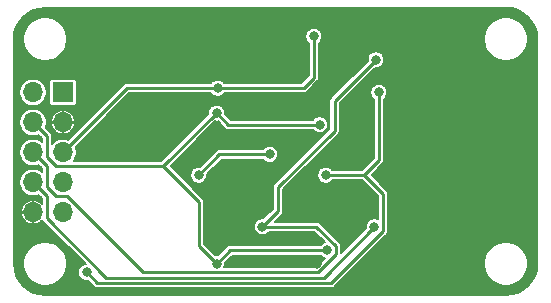
<source format=gbr>
%TF.GenerationSoftware,KiCad,Pcbnew,(5.1.10)-1*%
%TF.CreationDate,2021-07-30T22:48:11+05:30*%
%TF.ProjectId,Logic Board,4c6f6769-6320-4426-9f61-72642e6b6963,rev?*%
%TF.SameCoordinates,Original*%
%TF.FileFunction,Copper,L2,Bot*%
%TF.FilePolarity,Positive*%
%FSLAX46Y46*%
G04 Gerber Fmt 4.6, Leading zero omitted, Abs format (unit mm)*
G04 Created by KiCad (PCBNEW (5.1.10)-1) date 2021-07-30 22:48:11*
%MOMM*%
%LPD*%
G01*
G04 APERTURE LIST*
%TA.AperFunction,ComponentPad*%
%ADD10O,1.700000X1.700000*%
%TD*%
%TA.AperFunction,ComponentPad*%
%ADD11R,1.700000X1.700000*%
%TD*%
%TA.AperFunction,ViaPad*%
%ADD12C,0.800000*%
%TD*%
%TA.AperFunction,Conductor*%
%ADD13C,0.250000*%
%TD*%
%TA.AperFunction,Conductor*%
%ADD14C,0.127000*%
%TD*%
%TA.AperFunction,Conductor*%
%ADD15C,0.100000*%
%TD*%
G04 APERTURE END LIST*
D10*
%TO.P,J1,10*%
%TO.N,GND*%
X126960000Y-105660000D03*
%TO.P,J1,9*%
%TO.N,VCC*%
X129500000Y-105660000D03*
%TO.P,J1,8*%
%TO.N,STAGE_2*%
X126960000Y-103120000D03*
%TO.P,J1,7*%
%TO.N,TIMER*%
X129500000Y-103120000D03*
%TO.P,J1,6*%
%TO.N,STAGE_1*%
X126960000Y-100580000D03*
%TO.P,J1,5*%
%TO.N,CHARGE*%
X129500000Y-100580000D03*
%TO.P,J1,4*%
%TO.N,/JP1*%
X126960000Y-98040000D03*
%TO.P,J1,3*%
%TO.N,GND*%
X129500000Y-98040000D03*
%TO.P,J1,2*%
%TO.N,/SW1*%
X126960000Y-95500000D03*
D11*
%TO.P,J1,1*%
%TO.N,/SW2*%
X129500000Y-95500000D03*
%TD*%
D12*
%TO.N,GND*%
X161250000Y-97000000D03*
X161250000Y-98250000D03*
X161250000Y-99500000D03*
X142500000Y-103500000D03*
X136000000Y-97250000D03*
X138500000Y-97250000D03*
X142000000Y-91750000D03*
X161500000Y-109500000D03*
X151000000Y-110000000D03*
%TO.N,CHARGE*%
X150750000Y-90750000D03*
X142615000Y-95135000D03*
%TO.N,STAGE_1*%
X156000000Y-92750000D03*
X146385000Y-106885000D03*
%TO.N,+5V*%
X147000000Y-100750000D03*
X141000000Y-102500000D03*
%TO.N,STAGE_2*%
X155865000Y-106885000D03*
%TO.N,TIMER*%
X156250000Y-95500000D03*
X151750000Y-102500000D03*
X131500000Y-110750000D03*
%TO.N,/JP1*%
X142500000Y-97250000D03*
X151250000Y-98250000D03*
X142500000Y-110000000D03*
X151875000Y-108875000D03*
%TD*%
D13*
%TO.N,CHARGE*%
X142615000Y-95135000D02*
X149865000Y-95135000D01*
X150750000Y-94250000D02*
X150750000Y-90750000D01*
X149865000Y-95135000D02*
X150750000Y-94250000D01*
X134945000Y-95135000D02*
X129500000Y-100580000D01*
X142615000Y-95135000D02*
X134945000Y-95135000D01*
%TO.N,STAGE_1*%
X147725001Y-105544999D02*
X147725001Y-103524999D01*
X146385000Y-106885000D02*
X147725001Y-105544999D01*
X147725001Y-103524999D02*
X152500000Y-98750000D01*
X152500000Y-96250000D02*
X156000000Y-92750000D01*
X152500000Y-98750000D02*
X152500000Y-96250000D01*
X128135001Y-101755001D02*
X126960000Y-100580000D01*
X128135001Y-103494003D02*
X128135001Y-101755001D01*
X128935999Y-104295001D02*
X128135001Y-103494003D01*
X136304003Y-110725001D02*
X129874003Y-104295001D01*
X152600001Y-109223001D02*
X151098001Y-110725001D01*
X129874003Y-104295001D02*
X128935999Y-104295001D01*
X151098001Y-110725001D02*
X136304003Y-110725001D01*
X152600001Y-108526999D02*
X152600001Y-109223001D01*
X150958002Y-106885000D02*
X152600001Y-108526999D01*
X146385000Y-106885000D02*
X150958002Y-106885000D01*
%TO.N,+5V*%
X141000000Y-102500000D02*
X142750000Y-100750000D01*
X142750000Y-100750000D02*
X147000000Y-100750000D01*
%TO.N,STAGE_2*%
X128135001Y-106135001D02*
X128135001Y-104295001D01*
X133175010Y-111175010D02*
X128135001Y-106135001D01*
X128135001Y-104295001D02*
X126960000Y-103120000D01*
X151574990Y-111175010D02*
X133175010Y-111175010D01*
X155865000Y-106885000D02*
X151574990Y-111175010D01*
%TO.N,TIMER*%
X151750000Y-102500000D02*
X155000000Y-102500000D01*
X156250000Y-101250000D02*
X156250000Y-95500000D01*
X155000000Y-102500000D02*
X156250000Y-101250000D01*
X152197982Y-111625020D02*
X132375020Y-111625020D01*
X156590001Y-107233001D02*
X152197982Y-111625020D01*
X156590001Y-104090001D02*
X156590001Y-107233001D01*
X155000000Y-102500000D02*
X156590001Y-104090001D01*
X132375020Y-111625020D02*
X131500000Y-110750000D01*
X131500000Y-110750000D02*
X131500000Y-110750000D01*
%TO.N,/JP1*%
X143625000Y-108875000D02*
X142500000Y-110000000D01*
X151875000Y-108875000D02*
X143625000Y-108875000D01*
X143500000Y-98250000D02*
X142500000Y-97250000D01*
X151250000Y-98250000D02*
X143500000Y-98250000D01*
X128135001Y-99215001D02*
X126960000Y-98040000D01*
X128135001Y-100954003D02*
X128135001Y-99215001D01*
X137994999Y-101755001D02*
X128935999Y-101755001D01*
X128935999Y-101755001D02*
X128135001Y-100954003D01*
X142500000Y-97250000D02*
X137994999Y-101755001D01*
X141000000Y-104760002D02*
X137994999Y-101755001D01*
X141000000Y-108500000D02*
X141000000Y-104760002D01*
X142500000Y-110000000D02*
X141000000Y-108500000D01*
%TD*%
D14*
%TO.N,GND*%
X167515857Y-88394723D02*
X168012067Y-88544537D01*
X168469731Y-88787880D01*
X168871408Y-89115482D01*
X169201806Y-89514864D01*
X169448337Y-89970814D01*
X169601612Y-90465967D01*
X169657489Y-90997602D01*
X169657501Y-91000907D01*
X169657500Y-109983253D01*
X169605277Y-110515857D01*
X169455463Y-111012067D01*
X169212118Y-111469733D01*
X168884521Y-111871406D01*
X168485136Y-112201806D01*
X168029186Y-112448337D01*
X167534035Y-112601612D01*
X167002398Y-112657489D01*
X166999380Y-112657500D01*
X128016747Y-112657500D01*
X127484143Y-112605277D01*
X126987933Y-112455463D01*
X126530267Y-112212118D01*
X126128594Y-111884521D01*
X125798194Y-111485136D01*
X125551663Y-111029186D01*
X125398388Y-110534035D01*
X125342511Y-110002398D01*
X125342500Y-109999380D01*
X125342500Y-109817443D01*
X126146468Y-109817443D01*
X126146468Y-110182557D01*
X126217699Y-110540655D01*
X126357422Y-110877976D01*
X126560268Y-111181557D01*
X126818443Y-111439732D01*
X127122024Y-111642578D01*
X127459345Y-111782301D01*
X127817443Y-111853532D01*
X128182557Y-111853532D01*
X128540655Y-111782301D01*
X128877976Y-111642578D01*
X129181557Y-111439732D01*
X129439732Y-111181557D01*
X129642578Y-110877976D01*
X129782301Y-110540655D01*
X129853532Y-110182557D01*
X129853532Y-109817443D01*
X129782301Y-109459345D01*
X129642578Y-109122024D01*
X129439732Y-108818443D01*
X129181557Y-108560268D01*
X128877976Y-108357422D01*
X128540655Y-108217699D01*
X128182557Y-108146468D01*
X127817443Y-108146468D01*
X127459345Y-108217699D01*
X127122024Y-108357422D01*
X126818443Y-108560268D01*
X126560268Y-108818443D01*
X126357422Y-109122024D01*
X126217699Y-109459345D01*
X126146468Y-109817443D01*
X125342500Y-109817443D01*
X125342500Y-105835302D01*
X125934374Y-105835302D01*
X125945359Y-105890531D01*
X126009829Y-106084048D01*
X126110814Y-106261269D01*
X126244433Y-106415384D01*
X126405551Y-106540470D01*
X126587976Y-106631720D01*
X126784698Y-106685627D01*
X126947300Y-106652798D01*
X126947300Y-105672700D01*
X125967206Y-105672700D01*
X125934374Y-105835302D01*
X125342500Y-105835302D01*
X125342500Y-105484698D01*
X125934374Y-105484698D01*
X125967206Y-105647300D01*
X126947300Y-105647300D01*
X126947300Y-104667202D01*
X126784698Y-104634373D01*
X126587976Y-104688280D01*
X126405551Y-104779530D01*
X126244433Y-104904616D01*
X126110814Y-105058731D01*
X126009829Y-105235952D01*
X125945359Y-105429469D01*
X125934374Y-105484698D01*
X125342500Y-105484698D01*
X125342500Y-97925011D01*
X125792500Y-97925011D01*
X125792500Y-98154989D01*
X125837366Y-98380547D01*
X125925375Y-98593019D01*
X126053144Y-98784238D01*
X126215762Y-98946856D01*
X126406981Y-99074625D01*
X126619453Y-99162634D01*
X126845011Y-99207500D01*
X127074989Y-99207500D01*
X127300547Y-99162634D01*
X127411066Y-99116855D01*
X127692502Y-99398291D01*
X127692502Y-99665302D01*
X127513019Y-99545375D01*
X127300547Y-99457366D01*
X127074989Y-99412500D01*
X126845011Y-99412500D01*
X126619453Y-99457366D01*
X126406981Y-99545375D01*
X126215762Y-99673144D01*
X126053144Y-99835762D01*
X125925375Y-100026981D01*
X125837366Y-100239453D01*
X125792500Y-100465011D01*
X125792500Y-100694989D01*
X125837366Y-100920547D01*
X125925375Y-101133019D01*
X126053144Y-101324238D01*
X126215762Y-101486856D01*
X126406981Y-101614625D01*
X126619453Y-101702634D01*
X126845011Y-101747500D01*
X127074989Y-101747500D01*
X127300547Y-101702634D01*
X127411066Y-101656855D01*
X127692502Y-101938291D01*
X127692502Y-102205302D01*
X127513019Y-102085375D01*
X127300547Y-101997366D01*
X127074989Y-101952500D01*
X126845011Y-101952500D01*
X126619453Y-101997366D01*
X126406981Y-102085375D01*
X126215762Y-102213144D01*
X126053144Y-102375762D01*
X125925375Y-102566981D01*
X125837366Y-102779453D01*
X125792500Y-103005011D01*
X125792500Y-103234989D01*
X125837366Y-103460547D01*
X125925375Y-103673019D01*
X126053144Y-103864238D01*
X126215762Y-104026856D01*
X126406981Y-104154625D01*
X126619453Y-104242634D01*
X126845011Y-104287500D01*
X127074989Y-104287500D01*
X127300547Y-104242634D01*
X127411066Y-104196855D01*
X127692502Y-104478291D01*
X127692502Y-104924148D01*
X127675567Y-104904616D01*
X127514449Y-104779530D01*
X127332024Y-104688280D01*
X127135302Y-104634373D01*
X126972700Y-104667202D01*
X126972700Y-105647300D01*
X126992700Y-105647300D01*
X126992700Y-105672700D01*
X126972700Y-105672700D01*
X126972700Y-106652798D01*
X127135302Y-106685627D01*
X127332024Y-106631720D01*
X127514449Y-106540470D01*
X127675567Y-106415384D01*
X127742104Y-106338641D01*
X127765296Y-106382030D01*
X127783522Y-106404238D01*
X127820592Y-106449410D01*
X127837482Y-106463271D01*
X131410463Y-110036253D01*
X131290713Y-110060073D01*
X131160136Y-110114159D01*
X131042620Y-110192681D01*
X130942681Y-110292620D01*
X130864159Y-110410136D01*
X130810073Y-110540713D01*
X130782500Y-110679332D01*
X130782500Y-110820668D01*
X130810073Y-110959287D01*
X130864159Y-111089864D01*
X130942681Y-111207380D01*
X131042620Y-111307319D01*
X131160136Y-111385841D01*
X131290713Y-111439927D01*
X131429332Y-111467500D01*
X131570668Y-111467500D01*
X131588219Y-111464009D01*
X132046755Y-111922545D01*
X132060611Y-111939429D01*
X132077495Y-111953285D01*
X132127990Y-111994725D01*
X132139352Y-112000798D01*
X132204863Y-112035815D01*
X132288275Y-112061117D01*
X132353283Y-112067520D01*
X132353285Y-112067520D01*
X132375019Y-112069661D01*
X132396753Y-112067520D01*
X152176248Y-112067520D01*
X152197982Y-112069661D01*
X152219716Y-112067520D01*
X152219719Y-112067520D01*
X152284727Y-112061117D01*
X152368139Y-112035815D01*
X152445011Y-111994725D01*
X152512391Y-111939429D01*
X152526252Y-111922539D01*
X154631348Y-109817443D01*
X165146468Y-109817443D01*
X165146468Y-110182557D01*
X165217699Y-110540655D01*
X165357422Y-110877976D01*
X165560268Y-111181557D01*
X165818443Y-111439732D01*
X166122024Y-111642578D01*
X166459345Y-111782301D01*
X166817443Y-111853532D01*
X167182557Y-111853532D01*
X167540655Y-111782301D01*
X167877976Y-111642578D01*
X168181557Y-111439732D01*
X168439732Y-111181557D01*
X168642578Y-110877976D01*
X168782301Y-110540655D01*
X168853532Y-110182557D01*
X168853532Y-109817443D01*
X168782301Y-109459345D01*
X168642578Y-109122024D01*
X168439732Y-108818443D01*
X168181557Y-108560268D01*
X167877976Y-108357422D01*
X167540655Y-108217699D01*
X167182557Y-108146468D01*
X166817443Y-108146468D01*
X166459345Y-108217699D01*
X166122024Y-108357422D01*
X165818443Y-108560268D01*
X165560268Y-108818443D01*
X165357422Y-109122024D01*
X165217699Y-109459345D01*
X165146468Y-109817443D01*
X154631348Y-109817443D01*
X156887526Y-107561266D01*
X156904410Y-107547410D01*
X156926214Y-107520841D01*
X156959706Y-107480031D01*
X157000796Y-107403158D01*
X157023096Y-107329641D01*
X157026098Y-107319746D01*
X157032501Y-107254738D01*
X157032501Y-107254735D01*
X157034642Y-107233001D01*
X157032501Y-107211267D01*
X157032501Y-104111735D01*
X157034642Y-104090001D01*
X157028422Y-104026856D01*
X157026098Y-104003256D01*
X157000796Y-103919844D01*
X156981747Y-103884206D01*
X156959706Y-103842971D01*
X156918266Y-103792476D01*
X156904410Y-103775592D01*
X156887527Y-103761737D01*
X155625789Y-102500000D01*
X156547526Y-101578264D01*
X156564409Y-101564409D01*
X156610725Y-101507972D01*
X156619705Y-101497030D01*
X156660795Y-101420157D01*
X156660795Y-101420156D01*
X156686097Y-101336745D01*
X156692500Y-101271737D01*
X156692500Y-101271734D01*
X156694641Y-101250000D01*
X156692500Y-101228266D01*
X156692500Y-96067262D01*
X156707380Y-96057319D01*
X156807319Y-95957380D01*
X156885841Y-95839864D01*
X156939927Y-95709287D01*
X156967500Y-95570668D01*
X156967500Y-95429332D01*
X156939927Y-95290713D01*
X156885841Y-95160136D01*
X156807319Y-95042620D01*
X156707380Y-94942681D01*
X156589864Y-94864159D01*
X156459287Y-94810073D01*
X156320668Y-94782500D01*
X156179332Y-94782500D01*
X156040713Y-94810073D01*
X155910136Y-94864159D01*
X155792620Y-94942681D01*
X155692681Y-95042620D01*
X155614159Y-95160136D01*
X155560073Y-95290713D01*
X155532500Y-95429332D01*
X155532500Y-95570668D01*
X155560073Y-95709287D01*
X155614159Y-95839864D01*
X155692681Y-95957380D01*
X155792620Y-96057319D01*
X155807501Y-96067262D01*
X155807500Y-101066710D01*
X154816711Y-102057500D01*
X152317262Y-102057500D01*
X152307319Y-102042620D01*
X152207380Y-101942681D01*
X152089864Y-101864159D01*
X151959287Y-101810073D01*
X151820668Y-101782500D01*
X151679332Y-101782500D01*
X151540713Y-101810073D01*
X151410136Y-101864159D01*
X151292620Y-101942681D01*
X151192681Y-102042620D01*
X151114159Y-102160136D01*
X151060073Y-102290713D01*
X151032500Y-102429332D01*
X151032500Y-102570668D01*
X151060073Y-102709287D01*
X151114159Y-102839864D01*
X151192681Y-102957380D01*
X151292620Y-103057319D01*
X151410136Y-103135841D01*
X151540713Y-103189927D01*
X151679332Y-103217500D01*
X151820668Y-103217500D01*
X151959287Y-103189927D01*
X152089864Y-103135841D01*
X152207380Y-103057319D01*
X152307319Y-102957380D01*
X152317262Y-102942500D01*
X154816711Y-102942500D01*
X156147501Y-104273291D01*
X156147502Y-106225399D01*
X156074287Y-106195073D01*
X155935668Y-106167500D01*
X155794332Y-106167500D01*
X155655713Y-106195073D01*
X155525136Y-106249159D01*
X155407620Y-106327681D01*
X155307681Y-106427620D01*
X155229159Y-106545136D01*
X155175073Y-106675713D01*
X155147500Y-106814332D01*
X155147500Y-106955668D01*
X155150991Y-106973220D01*
X153042501Y-109081710D01*
X153042501Y-108548732D01*
X153044642Y-108526998D01*
X153038457Y-108464206D01*
X153036098Y-108440254D01*
X153010796Y-108356842D01*
X152969706Y-108279970D01*
X152914410Y-108212590D01*
X152897522Y-108198731D01*
X151286272Y-106587481D01*
X151272411Y-106570591D01*
X151205031Y-106515295D01*
X151128159Y-106474205D01*
X151044747Y-106448903D01*
X150979739Y-106442500D01*
X150979736Y-106442500D01*
X150958002Y-106440359D01*
X150936268Y-106442500D01*
X147453290Y-106442500D01*
X148022527Y-105873263D01*
X148039410Y-105859408D01*
X148094706Y-105792028D01*
X148135796Y-105715156D01*
X148161098Y-105631744D01*
X148167501Y-105566736D01*
X148167501Y-105566735D01*
X148169642Y-105544999D01*
X148167501Y-105523262D01*
X148167501Y-103708288D01*
X152797521Y-99078268D01*
X152814409Y-99064409D01*
X152869705Y-98997029D01*
X152910795Y-98920157D01*
X152936097Y-98836745D01*
X152942500Y-98771737D01*
X152942500Y-98771735D01*
X152944641Y-98750001D01*
X152942500Y-98728267D01*
X152942500Y-96433289D01*
X155911780Y-93464009D01*
X155929332Y-93467500D01*
X156070668Y-93467500D01*
X156209287Y-93439927D01*
X156339864Y-93385841D01*
X156457380Y-93307319D01*
X156557319Y-93207380D01*
X156635841Y-93089864D01*
X156689927Y-92959287D01*
X156717500Y-92820668D01*
X156717500Y-92679332D01*
X156689927Y-92540713D01*
X156635841Y-92410136D01*
X156557319Y-92292620D01*
X156457380Y-92192681D01*
X156339864Y-92114159D01*
X156209287Y-92060073D01*
X156070668Y-92032500D01*
X155929332Y-92032500D01*
X155790713Y-92060073D01*
X155660136Y-92114159D01*
X155542620Y-92192681D01*
X155442681Y-92292620D01*
X155364159Y-92410136D01*
X155310073Y-92540713D01*
X155282500Y-92679332D01*
X155282500Y-92820668D01*
X155285991Y-92838220D01*
X152202476Y-95921735D01*
X152185592Y-95935591D01*
X152171736Y-95952475D01*
X152171735Y-95952476D01*
X152130295Y-96002971D01*
X152089205Y-96079844D01*
X152063904Y-96163255D01*
X152055359Y-96250000D01*
X152057501Y-96271744D01*
X152057500Y-98566711D01*
X147427477Y-103196734D01*
X147410593Y-103210590D01*
X147396737Y-103227474D01*
X147396736Y-103227475D01*
X147355296Y-103277970D01*
X147314206Y-103354843D01*
X147288905Y-103438254D01*
X147280360Y-103524999D01*
X147282502Y-103546743D01*
X147282501Y-105361709D01*
X146473219Y-106170991D01*
X146455668Y-106167500D01*
X146314332Y-106167500D01*
X146175713Y-106195073D01*
X146045136Y-106249159D01*
X145927620Y-106327681D01*
X145827681Y-106427620D01*
X145749159Y-106545136D01*
X145695073Y-106675713D01*
X145667500Y-106814332D01*
X145667500Y-106955668D01*
X145695073Y-107094287D01*
X145749159Y-107224864D01*
X145827681Y-107342380D01*
X145927620Y-107442319D01*
X146045136Y-107520841D01*
X146175713Y-107574927D01*
X146314332Y-107602500D01*
X146455668Y-107602500D01*
X146594287Y-107574927D01*
X146724864Y-107520841D01*
X146842380Y-107442319D01*
X146942319Y-107342380D01*
X146952262Y-107327500D01*
X150774713Y-107327500D01*
X151642076Y-108194863D01*
X151535136Y-108239159D01*
X151417620Y-108317681D01*
X151317681Y-108417620D01*
X151307738Y-108432500D01*
X143646733Y-108432500D01*
X143624999Y-108430359D01*
X143603265Y-108432500D01*
X143603263Y-108432500D01*
X143538255Y-108438903D01*
X143454843Y-108464205D01*
X143377971Y-108505295D01*
X143310591Y-108560591D01*
X143296730Y-108577481D01*
X142588220Y-109285991D01*
X142570668Y-109282500D01*
X142429332Y-109282500D01*
X142411780Y-109285991D01*
X141442500Y-108316711D01*
X141442500Y-104781735D01*
X141444641Y-104760001D01*
X141441794Y-104731097D01*
X141436097Y-104673257D01*
X141410795Y-104589845D01*
X141376720Y-104526097D01*
X141369705Y-104512972D01*
X141328265Y-104462477D01*
X141314409Y-104445593D01*
X141297525Y-104431737D01*
X139295120Y-102429332D01*
X140282500Y-102429332D01*
X140282500Y-102570668D01*
X140310073Y-102709287D01*
X140364159Y-102839864D01*
X140442681Y-102957380D01*
X140542620Y-103057319D01*
X140660136Y-103135841D01*
X140790713Y-103189927D01*
X140929332Y-103217500D01*
X141070668Y-103217500D01*
X141209287Y-103189927D01*
X141339864Y-103135841D01*
X141457380Y-103057319D01*
X141557319Y-102957380D01*
X141635841Y-102839864D01*
X141689927Y-102709287D01*
X141717500Y-102570668D01*
X141717500Y-102429332D01*
X141714009Y-102411780D01*
X142933290Y-101192500D01*
X146432738Y-101192500D01*
X146442681Y-101207380D01*
X146542620Y-101307319D01*
X146660136Y-101385841D01*
X146790713Y-101439927D01*
X146929332Y-101467500D01*
X147070668Y-101467500D01*
X147209287Y-101439927D01*
X147339864Y-101385841D01*
X147457380Y-101307319D01*
X147557319Y-101207380D01*
X147635841Y-101089864D01*
X147689927Y-100959287D01*
X147717500Y-100820668D01*
X147717500Y-100679332D01*
X147689927Y-100540713D01*
X147635841Y-100410136D01*
X147557319Y-100292620D01*
X147457380Y-100192681D01*
X147339864Y-100114159D01*
X147209287Y-100060073D01*
X147070668Y-100032500D01*
X146929332Y-100032500D01*
X146790713Y-100060073D01*
X146660136Y-100114159D01*
X146542620Y-100192681D01*
X146442681Y-100292620D01*
X146432738Y-100307500D01*
X142771734Y-100307500D01*
X142750000Y-100305359D01*
X142728266Y-100307500D01*
X142728263Y-100307500D01*
X142663255Y-100313903D01*
X142579843Y-100339205D01*
X142502971Y-100380295D01*
X142435591Y-100435591D01*
X142421735Y-100452475D01*
X141088220Y-101785991D01*
X141070668Y-101782500D01*
X140929332Y-101782500D01*
X140790713Y-101810073D01*
X140660136Y-101864159D01*
X140542620Y-101942681D01*
X140442681Y-102042620D01*
X140364159Y-102160136D01*
X140310073Y-102290713D01*
X140282500Y-102429332D01*
X139295120Y-102429332D01*
X138620788Y-101755001D01*
X142411781Y-97964009D01*
X142429332Y-97967500D01*
X142570668Y-97967500D01*
X142588219Y-97964009D01*
X143171735Y-98547525D01*
X143185591Y-98564409D01*
X143202475Y-98578265D01*
X143252971Y-98619705D01*
X143329843Y-98660795D01*
X143413255Y-98686097D01*
X143500000Y-98694641D01*
X143521737Y-98692500D01*
X150682738Y-98692500D01*
X150692681Y-98707380D01*
X150792620Y-98807319D01*
X150910136Y-98885841D01*
X151040713Y-98939927D01*
X151179332Y-98967500D01*
X151320668Y-98967500D01*
X151459287Y-98939927D01*
X151589864Y-98885841D01*
X151707380Y-98807319D01*
X151807319Y-98707380D01*
X151885841Y-98589864D01*
X151939927Y-98459287D01*
X151967500Y-98320668D01*
X151967500Y-98179332D01*
X151939927Y-98040713D01*
X151885841Y-97910136D01*
X151807319Y-97792620D01*
X151707380Y-97692681D01*
X151589864Y-97614159D01*
X151459287Y-97560073D01*
X151320668Y-97532500D01*
X151179332Y-97532500D01*
X151040713Y-97560073D01*
X150910136Y-97614159D01*
X150792620Y-97692681D01*
X150692681Y-97792620D01*
X150682738Y-97807500D01*
X143683290Y-97807500D01*
X143214009Y-97338219D01*
X143217500Y-97320668D01*
X143217500Y-97179332D01*
X143189927Y-97040713D01*
X143135841Y-96910136D01*
X143057319Y-96792620D01*
X142957380Y-96692681D01*
X142839864Y-96614159D01*
X142709287Y-96560073D01*
X142570668Y-96532500D01*
X142429332Y-96532500D01*
X142290713Y-96560073D01*
X142160136Y-96614159D01*
X142042620Y-96692681D01*
X141942681Y-96792620D01*
X141864159Y-96910136D01*
X141810073Y-97040713D01*
X141782500Y-97179332D01*
X141782500Y-97320668D01*
X141785991Y-97338219D01*
X137811710Y-101312501D01*
X130414698Y-101312501D01*
X130534625Y-101133019D01*
X130622634Y-100920547D01*
X130667500Y-100694989D01*
X130667500Y-100465011D01*
X130622634Y-100239453D01*
X130576855Y-100128934D01*
X135128290Y-95577500D01*
X142047738Y-95577500D01*
X142057681Y-95592380D01*
X142157620Y-95692319D01*
X142275136Y-95770841D01*
X142405713Y-95824927D01*
X142544332Y-95852500D01*
X142685668Y-95852500D01*
X142824287Y-95824927D01*
X142954864Y-95770841D01*
X143072380Y-95692319D01*
X143172319Y-95592380D01*
X143182262Y-95577500D01*
X149843266Y-95577500D01*
X149865000Y-95579641D01*
X149886734Y-95577500D01*
X149886737Y-95577500D01*
X149951745Y-95571097D01*
X150035157Y-95545795D01*
X150112029Y-95504705D01*
X150179409Y-95449409D01*
X150193269Y-95432520D01*
X151047526Y-94578264D01*
X151064409Y-94564409D01*
X151078551Y-94547177D01*
X151119705Y-94497030D01*
X151160795Y-94420157D01*
X151173775Y-94377366D01*
X151186097Y-94336745D01*
X151192500Y-94271737D01*
X151192500Y-94271735D01*
X151194641Y-94250001D01*
X151192500Y-94228266D01*
X151192500Y-91317262D01*
X151207380Y-91307319D01*
X151307319Y-91207380D01*
X151385841Y-91089864D01*
X151439927Y-90959287D01*
X151467500Y-90820668D01*
X151467500Y-90817443D01*
X165146468Y-90817443D01*
X165146468Y-91182557D01*
X165217699Y-91540655D01*
X165357422Y-91877976D01*
X165560268Y-92181557D01*
X165818443Y-92439732D01*
X166122024Y-92642578D01*
X166459345Y-92782301D01*
X166817443Y-92853532D01*
X167182557Y-92853532D01*
X167540655Y-92782301D01*
X167877976Y-92642578D01*
X168181557Y-92439732D01*
X168439732Y-92181557D01*
X168642578Y-91877976D01*
X168782301Y-91540655D01*
X168853532Y-91182557D01*
X168853532Y-90817443D01*
X168782301Y-90459345D01*
X168642578Y-90122024D01*
X168439732Y-89818443D01*
X168181557Y-89560268D01*
X167877976Y-89357422D01*
X167540655Y-89217699D01*
X167182557Y-89146468D01*
X166817443Y-89146468D01*
X166459345Y-89217699D01*
X166122024Y-89357422D01*
X165818443Y-89560268D01*
X165560268Y-89818443D01*
X165357422Y-90122024D01*
X165217699Y-90459345D01*
X165146468Y-90817443D01*
X151467500Y-90817443D01*
X151467500Y-90679332D01*
X151439927Y-90540713D01*
X151385841Y-90410136D01*
X151307319Y-90292620D01*
X151207380Y-90192681D01*
X151089864Y-90114159D01*
X150959287Y-90060073D01*
X150820668Y-90032500D01*
X150679332Y-90032500D01*
X150540713Y-90060073D01*
X150410136Y-90114159D01*
X150292620Y-90192681D01*
X150192681Y-90292620D01*
X150114159Y-90410136D01*
X150060073Y-90540713D01*
X150032500Y-90679332D01*
X150032500Y-90820668D01*
X150060073Y-90959287D01*
X150114159Y-91089864D01*
X150192681Y-91207380D01*
X150292620Y-91307319D01*
X150307501Y-91317262D01*
X150307500Y-94066710D01*
X149681711Y-94692500D01*
X143182262Y-94692500D01*
X143172319Y-94677620D01*
X143072380Y-94577681D01*
X142954864Y-94499159D01*
X142824287Y-94445073D01*
X142685668Y-94417500D01*
X142544332Y-94417500D01*
X142405713Y-94445073D01*
X142275136Y-94499159D01*
X142157620Y-94577681D01*
X142057681Y-94677620D01*
X142047738Y-94692500D01*
X134966734Y-94692500D01*
X134945000Y-94690359D01*
X134923266Y-94692500D01*
X134923263Y-94692500D01*
X134858255Y-94698903D01*
X134774843Y-94724205D01*
X134697970Y-94765295D01*
X134647823Y-94806449D01*
X134630591Y-94820591D01*
X134616735Y-94837475D01*
X129951066Y-99503145D01*
X129840547Y-99457366D01*
X129614989Y-99412500D01*
X129385011Y-99412500D01*
X129159453Y-99457366D01*
X128946981Y-99545375D01*
X128755762Y-99673144D01*
X128593144Y-99835762D01*
X128577501Y-99859173D01*
X128577501Y-99236734D01*
X128579642Y-99215000D01*
X128574484Y-99162634D01*
X128571098Y-99128256D01*
X128545796Y-99044844D01*
X128504706Y-98967972D01*
X128449410Y-98900592D01*
X128432520Y-98886731D01*
X128036855Y-98491066D01*
X128082634Y-98380547D01*
X128115503Y-98215302D01*
X128474374Y-98215302D01*
X128485359Y-98270531D01*
X128549829Y-98464048D01*
X128650814Y-98641269D01*
X128784433Y-98795384D01*
X128945551Y-98920470D01*
X129127976Y-99011720D01*
X129324698Y-99065627D01*
X129487300Y-99032798D01*
X129487300Y-98052700D01*
X129512700Y-98052700D01*
X129512700Y-99032798D01*
X129675302Y-99065627D01*
X129872024Y-99011720D01*
X130054449Y-98920470D01*
X130215567Y-98795384D01*
X130349186Y-98641269D01*
X130450171Y-98464048D01*
X130514641Y-98270531D01*
X130525626Y-98215302D01*
X130492794Y-98052700D01*
X129512700Y-98052700D01*
X129487300Y-98052700D01*
X128507206Y-98052700D01*
X128474374Y-98215302D01*
X128115503Y-98215302D01*
X128127500Y-98154989D01*
X128127500Y-97925011D01*
X128115504Y-97864698D01*
X128474374Y-97864698D01*
X128507206Y-98027300D01*
X129487300Y-98027300D01*
X129487300Y-97047202D01*
X129512700Y-97047202D01*
X129512700Y-98027300D01*
X130492794Y-98027300D01*
X130525626Y-97864698D01*
X130514641Y-97809469D01*
X130450171Y-97615952D01*
X130349186Y-97438731D01*
X130215567Y-97284616D01*
X130054449Y-97159530D01*
X129872024Y-97068280D01*
X129675302Y-97014373D01*
X129512700Y-97047202D01*
X129487300Y-97047202D01*
X129324698Y-97014373D01*
X129127976Y-97068280D01*
X128945551Y-97159530D01*
X128784433Y-97284616D01*
X128650814Y-97438731D01*
X128549829Y-97615952D01*
X128485359Y-97809469D01*
X128474374Y-97864698D01*
X128115504Y-97864698D01*
X128082634Y-97699453D01*
X127994625Y-97486981D01*
X127866856Y-97295762D01*
X127704238Y-97133144D01*
X127513019Y-97005375D01*
X127300547Y-96917366D01*
X127074989Y-96872500D01*
X126845011Y-96872500D01*
X126619453Y-96917366D01*
X126406981Y-97005375D01*
X126215762Y-97133144D01*
X126053144Y-97295762D01*
X125925375Y-97486981D01*
X125837366Y-97699453D01*
X125792500Y-97925011D01*
X125342500Y-97925011D01*
X125342500Y-95385011D01*
X125792500Y-95385011D01*
X125792500Y-95614989D01*
X125837366Y-95840547D01*
X125925375Y-96053019D01*
X126053144Y-96244238D01*
X126215762Y-96406856D01*
X126406981Y-96534625D01*
X126619453Y-96622634D01*
X126845011Y-96667500D01*
X127074989Y-96667500D01*
X127300547Y-96622634D01*
X127513019Y-96534625D01*
X127704238Y-96406856D01*
X127866856Y-96244238D01*
X127994625Y-96053019D01*
X128082634Y-95840547D01*
X128127500Y-95614989D01*
X128127500Y-95385011D01*
X128082634Y-95159453D01*
X127994625Y-94946981D01*
X127866856Y-94755762D01*
X127761094Y-94650000D01*
X128330964Y-94650000D01*
X128330964Y-96350000D01*
X128337094Y-96412241D01*
X128355249Y-96472090D01*
X128384731Y-96527247D01*
X128424407Y-96575593D01*
X128472753Y-96615269D01*
X128527910Y-96644751D01*
X128587759Y-96662906D01*
X128650000Y-96669036D01*
X130350000Y-96669036D01*
X130412241Y-96662906D01*
X130472090Y-96644751D01*
X130527247Y-96615269D01*
X130575593Y-96575593D01*
X130615269Y-96527247D01*
X130644751Y-96472090D01*
X130662906Y-96412241D01*
X130669036Y-96350000D01*
X130669036Y-94650000D01*
X130662906Y-94587759D01*
X130644751Y-94527910D01*
X130615269Y-94472753D01*
X130575593Y-94424407D01*
X130527247Y-94384731D01*
X130472090Y-94355249D01*
X130412241Y-94337094D01*
X130350000Y-94330964D01*
X128650000Y-94330964D01*
X128587759Y-94337094D01*
X128527910Y-94355249D01*
X128472753Y-94384731D01*
X128424407Y-94424407D01*
X128384731Y-94472753D01*
X128355249Y-94527910D01*
X128337094Y-94587759D01*
X128330964Y-94650000D01*
X127761094Y-94650000D01*
X127704238Y-94593144D01*
X127513019Y-94465375D01*
X127300547Y-94377366D01*
X127074989Y-94332500D01*
X126845011Y-94332500D01*
X126619453Y-94377366D01*
X126406981Y-94465375D01*
X126215762Y-94593144D01*
X126053144Y-94755762D01*
X125925375Y-94946981D01*
X125837366Y-95159453D01*
X125792500Y-95385011D01*
X125342500Y-95385011D01*
X125342500Y-91016747D01*
X125362042Y-90817443D01*
X126146468Y-90817443D01*
X126146468Y-91182557D01*
X126217699Y-91540655D01*
X126357422Y-91877976D01*
X126560268Y-92181557D01*
X126818443Y-92439732D01*
X127122024Y-92642578D01*
X127459345Y-92782301D01*
X127817443Y-92853532D01*
X128182557Y-92853532D01*
X128540655Y-92782301D01*
X128877976Y-92642578D01*
X129181557Y-92439732D01*
X129439732Y-92181557D01*
X129642578Y-91877976D01*
X129782301Y-91540655D01*
X129853532Y-91182557D01*
X129853532Y-90817443D01*
X129782301Y-90459345D01*
X129642578Y-90122024D01*
X129439732Y-89818443D01*
X129181557Y-89560268D01*
X128877976Y-89357422D01*
X128540655Y-89217699D01*
X128182557Y-89146468D01*
X127817443Y-89146468D01*
X127459345Y-89217699D01*
X127122024Y-89357422D01*
X126818443Y-89560268D01*
X126560268Y-89818443D01*
X126357422Y-90122024D01*
X126217699Y-90459345D01*
X126146468Y-90817443D01*
X125362042Y-90817443D01*
X125394723Y-90484143D01*
X125544537Y-89987933D01*
X125787880Y-89530269D01*
X126115482Y-89128592D01*
X126514864Y-88798194D01*
X126970814Y-88551663D01*
X127465967Y-88398388D01*
X127997602Y-88342511D01*
X128000620Y-88342500D01*
X166983253Y-88342500D01*
X167515857Y-88394723D01*
%TA.AperFunction,Conductor*%
D15*
G36*
X167515857Y-88394723D02*
G01*
X168012067Y-88544537D01*
X168469731Y-88787880D01*
X168871408Y-89115482D01*
X169201806Y-89514864D01*
X169448337Y-89970814D01*
X169601612Y-90465967D01*
X169657489Y-90997602D01*
X169657501Y-91000907D01*
X169657500Y-109983253D01*
X169605277Y-110515857D01*
X169455463Y-111012067D01*
X169212118Y-111469733D01*
X168884521Y-111871406D01*
X168485136Y-112201806D01*
X168029186Y-112448337D01*
X167534035Y-112601612D01*
X167002398Y-112657489D01*
X166999380Y-112657500D01*
X128016747Y-112657500D01*
X127484143Y-112605277D01*
X126987933Y-112455463D01*
X126530267Y-112212118D01*
X126128594Y-111884521D01*
X125798194Y-111485136D01*
X125551663Y-111029186D01*
X125398388Y-110534035D01*
X125342511Y-110002398D01*
X125342500Y-109999380D01*
X125342500Y-109817443D01*
X126146468Y-109817443D01*
X126146468Y-110182557D01*
X126217699Y-110540655D01*
X126357422Y-110877976D01*
X126560268Y-111181557D01*
X126818443Y-111439732D01*
X127122024Y-111642578D01*
X127459345Y-111782301D01*
X127817443Y-111853532D01*
X128182557Y-111853532D01*
X128540655Y-111782301D01*
X128877976Y-111642578D01*
X129181557Y-111439732D01*
X129439732Y-111181557D01*
X129642578Y-110877976D01*
X129782301Y-110540655D01*
X129853532Y-110182557D01*
X129853532Y-109817443D01*
X129782301Y-109459345D01*
X129642578Y-109122024D01*
X129439732Y-108818443D01*
X129181557Y-108560268D01*
X128877976Y-108357422D01*
X128540655Y-108217699D01*
X128182557Y-108146468D01*
X127817443Y-108146468D01*
X127459345Y-108217699D01*
X127122024Y-108357422D01*
X126818443Y-108560268D01*
X126560268Y-108818443D01*
X126357422Y-109122024D01*
X126217699Y-109459345D01*
X126146468Y-109817443D01*
X125342500Y-109817443D01*
X125342500Y-105835302D01*
X125934374Y-105835302D01*
X125945359Y-105890531D01*
X126009829Y-106084048D01*
X126110814Y-106261269D01*
X126244433Y-106415384D01*
X126405551Y-106540470D01*
X126587976Y-106631720D01*
X126784698Y-106685627D01*
X126947300Y-106652798D01*
X126947300Y-105672700D01*
X125967206Y-105672700D01*
X125934374Y-105835302D01*
X125342500Y-105835302D01*
X125342500Y-105484698D01*
X125934374Y-105484698D01*
X125967206Y-105647300D01*
X126947300Y-105647300D01*
X126947300Y-104667202D01*
X126784698Y-104634373D01*
X126587976Y-104688280D01*
X126405551Y-104779530D01*
X126244433Y-104904616D01*
X126110814Y-105058731D01*
X126009829Y-105235952D01*
X125945359Y-105429469D01*
X125934374Y-105484698D01*
X125342500Y-105484698D01*
X125342500Y-97925011D01*
X125792500Y-97925011D01*
X125792500Y-98154989D01*
X125837366Y-98380547D01*
X125925375Y-98593019D01*
X126053144Y-98784238D01*
X126215762Y-98946856D01*
X126406981Y-99074625D01*
X126619453Y-99162634D01*
X126845011Y-99207500D01*
X127074989Y-99207500D01*
X127300547Y-99162634D01*
X127411066Y-99116855D01*
X127692502Y-99398291D01*
X127692502Y-99665302D01*
X127513019Y-99545375D01*
X127300547Y-99457366D01*
X127074989Y-99412500D01*
X126845011Y-99412500D01*
X126619453Y-99457366D01*
X126406981Y-99545375D01*
X126215762Y-99673144D01*
X126053144Y-99835762D01*
X125925375Y-100026981D01*
X125837366Y-100239453D01*
X125792500Y-100465011D01*
X125792500Y-100694989D01*
X125837366Y-100920547D01*
X125925375Y-101133019D01*
X126053144Y-101324238D01*
X126215762Y-101486856D01*
X126406981Y-101614625D01*
X126619453Y-101702634D01*
X126845011Y-101747500D01*
X127074989Y-101747500D01*
X127300547Y-101702634D01*
X127411066Y-101656855D01*
X127692502Y-101938291D01*
X127692502Y-102205302D01*
X127513019Y-102085375D01*
X127300547Y-101997366D01*
X127074989Y-101952500D01*
X126845011Y-101952500D01*
X126619453Y-101997366D01*
X126406981Y-102085375D01*
X126215762Y-102213144D01*
X126053144Y-102375762D01*
X125925375Y-102566981D01*
X125837366Y-102779453D01*
X125792500Y-103005011D01*
X125792500Y-103234989D01*
X125837366Y-103460547D01*
X125925375Y-103673019D01*
X126053144Y-103864238D01*
X126215762Y-104026856D01*
X126406981Y-104154625D01*
X126619453Y-104242634D01*
X126845011Y-104287500D01*
X127074989Y-104287500D01*
X127300547Y-104242634D01*
X127411066Y-104196855D01*
X127692502Y-104478291D01*
X127692502Y-104924148D01*
X127675567Y-104904616D01*
X127514449Y-104779530D01*
X127332024Y-104688280D01*
X127135302Y-104634373D01*
X126972700Y-104667202D01*
X126972700Y-105647300D01*
X126992700Y-105647300D01*
X126992700Y-105672700D01*
X126972700Y-105672700D01*
X126972700Y-106652798D01*
X127135302Y-106685627D01*
X127332024Y-106631720D01*
X127514449Y-106540470D01*
X127675567Y-106415384D01*
X127742104Y-106338641D01*
X127765296Y-106382030D01*
X127783522Y-106404238D01*
X127820592Y-106449410D01*
X127837482Y-106463271D01*
X131410463Y-110036253D01*
X131290713Y-110060073D01*
X131160136Y-110114159D01*
X131042620Y-110192681D01*
X130942681Y-110292620D01*
X130864159Y-110410136D01*
X130810073Y-110540713D01*
X130782500Y-110679332D01*
X130782500Y-110820668D01*
X130810073Y-110959287D01*
X130864159Y-111089864D01*
X130942681Y-111207380D01*
X131042620Y-111307319D01*
X131160136Y-111385841D01*
X131290713Y-111439927D01*
X131429332Y-111467500D01*
X131570668Y-111467500D01*
X131588219Y-111464009D01*
X132046755Y-111922545D01*
X132060611Y-111939429D01*
X132077495Y-111953285D01*
X132127990Y-111994725D01*
X132139352Y-112000798D01*
X132204863Y-112035815D01*
X132288275Y-112061117D01*
X132353283Y-112067520D01*
X132353285Y-112067520D01*
X132375019Y-112069661D01*
X132396753Y-112067520D01*
X152176248Y-112067520D01*
X152197982Y-112069661D01*
X152219716Y-112067520D01*
X152219719Y-112067520D01*
X152284727Y-112061117D01*
X152368139Y-112035815D01*
X152445011Y-111994725D01*
X152512391Y-111939429D01*
X152526252Y-111922539D01*
X154631348Y-109817443D01*
X165146468Y-109817443D01*
X165146468Y-110182557D01*
X165217699Y-110540655D01*
X165357422Y-110877976D01*
X165560268Y-111181557D01*
X165818443Y-111439732D01*
X166122024Y-111642578D01*
X166459345Y-111782301D01*
X166817443Y-111853532D01*
X167182557Y-111853532D01*
X167540655Y-111782301D01*
X167877976Y-111642578D01*
X168181557Y-111439732D01*
X168439732Y-111181557D01*
X168642578Y-110877976D01*
X168782301Y-110540655D01*
X168853532Y-110182557D01*
X168853532Y-109817443D01*
X168782301Y-109459345D01*
X168642578Y-109122024D01*
X168439732Y-108818443D01*
X168181557Y-108560268D01*
X167877976Y-108357422D01*
X167540655Y-108217699D01*
X167182557Y-108146468D01*
X166817443Y-108146468D01*
X166459345Y-108217699D01*
X166122024Y-108357422D01*
X165818443Y-108560268D01*
X165560268Y-108818443D01*
X165357422Y-109122024D01*
X165217699Y-109459345D01*
X165146468Y-109817443D01*
X154631348Y-109817443D01*
X156887526Y-107561266D01*
X156904410Y-107547410D01*
X156926214Y-107520841D01*
X156959706Y-107480031D01*
X157000796Y-107403158D01*
X157023096Y-107329641D01*
X157026098Y-107319746D01*
X157032501Y-107254738D01*
X157032501Y-107254735D01*
X157034642Y-107233001D01*
X157032501Y-107211267D01*
X157032501Y-104111735D01*
X157034642Y-104090001D01*
X157028422Y-104026856D01*
X157026098Y-104003256D01*
X157000796Y-103919844D01*
X156981747Y-103884206D01*
X156959706Y-103842971D01*
X156918266Y-103792476D01*
X156904410Y-103775592D01*
X156887527Y-103761737D01*
X155625789Y-102500000D01*
X156547526Y-101578264D01*
X156564409Y-101564409D01*
X156610725Y-101507972D01*
X156619705Y-101497030D01*
X156660795Y-101420157D01*
X156660795Y-101420156D01*
X156686097Y-101336745D01*
X156692500Y-101271737D01*
X156692500Y-101271734D01*
X156694641Y-101250000D01*
X156692500Y-101228266D01*
X156692500Y-96067262D01*
X156707380Y-96057319D01*
X156807319Y-95957380D01*
X156885841Y-95839864D01*
X156939927Y-95709287D01*
X156967500Y-95570668D01*
X156967500Y-95429332D01*
X156939927Y-95290713D01*
X156885841Y-95160136D01*
X156807319Y-95042620D01*
X156707380Y-94942681D01*
X156589864Y-94864159D01*
X156459287Y-94810073D01*
X156320668Y-94782500D01*
X156179332Y-94782500D01*
X156040713Y-94810073D01*
X155910136Y-94864159D01*
X155792620Y-94942681D01*
X155692681Y-95042620D01*
X155614159Y-95160136D01*
X155560073Y-95290713D01*
X155532500Y-95429332D01*
X155532500Y-95570668D01*
X155560073Y-95709287D01*
X155614159Y-95839864D01*
X155692681Y-95957380D01*
X155792620Y-96057319D01*
X155807501Y-96067262D01*
X155807500Y-101066710D01*
X154816711Y-102057500D01*
X152317262Y-102057500D01*
X152307319Y-102042620D01*
X152207380Y-101942681D01*
X152089864Y-101864159D01*
X151959287Y-101810073D01*
X151820668Y-101782500D01*
X151679332Y-101782500D01*
X151540713Y-101810073D01*
X151410136Y-101864159D01*
X151292620Y-101942681D01*
X151192681Y-102042620D01*
X151114159Y-102160136D01*
X151060073Y-102290713D01*
X151032500Y-102429332D01*
X151032500Y-102570668D01*
X151060073Y-102709287D01*
X151114159Y-102839864D01*
X151192681Y-102957380D01*
X151292620Y-103057319D01*
X151410136Y-103135841D01*
X151540713Y-103189927D01*
X151679332Y-103217500D01*
X151820668Y-103217500D01*
X151959287Y-103189927D01*
X152089864Y-103135841D01*
X152207380Y-103057319D01*
X152307319Y-102957380D01*
X152317262Y-102942500D01*
X154816711Y-102942500D01*
X156147501Y-104273291D01*
X156147502Y-106225399D01*
X156074287Y-106195073D01*
X155935668Y-106167500D01*
X155794332Y-106167500D01*
X155655713Y-106195073D01*
X155525136Y-106249159D01*
X155407620Y-106327681D01*
X155307681Y-106427620D01*
X155229159Y-106545136D01*
X155175073Y-106675713D01*
X155147500Y-106814332D01*
X155147500Y-106955668D01*
X155150991Y-106973220D01*
X153042501Y-109081710D01*
X153042501Y-108548732D01*
X153044642Y-108526998D01*
X153038457Y-108464206D01*
X153036098Y-108440254D01*
X153010796Y-108356842D01*
X152969706Y-108279970D01*
X152914410Y-108212590D01*
X152897522Y-108198731D01*
X151286272Y-106587481D01*
X151272411Y-106570591D01*
X151205031Y-106515295D01*
X151128159Y-106474205D01*
X151044747Y-106448903D01*
X150979739Y-106442500D01*
X150979736Y-106442500D01*
X150958002Y-106440359D01*
X150936268Y-106442500D01*
X147453290Y-106442500D01*
X148022527Y-105873263D01*
X148039410Y-105859408D01*
X148094706Y-105792028D01*
X148135796Y-105715156D01*
X148161098Y-105631744D01*
X148167501Y-105566736D01*
X148167501Y-105566735D01*
X148169642Y-105544999D01*
X148167501Y-105523262D01*
X148167501Y-103708288D01*
X152797521Y-99078268D01*
X152814409Y-99064409D01*
X152869705Y-98997029D01*
X152910795Y-98920157D01*
X152936097Y-98836745D01*
X152942500Y-98771737D01*
X152942500Y-98771735D01*
X152944641Y-98750001D01*
X152942500Y-98728267D01*
X152942500Y-96433289D01*
X155911780Y-93464009D01*
X155929332Y-93467500D01*
X156070668Y-93467500D01*
X156209287Y-93439927D01*
X156339864Y-93385841D01*
X156457380Y-93307319D01*
X156557319Y-93207380D01*
X156635841Y-93089864D01*
X156689927Y-92959287D01*
X156717500Y-92820668D01*
X156717500Y-92679332D01*
X156689927Y-92540713D01*
X156635841Y-92410136D01*
X156557319Y-92292620D01*
X156457380Y-92192681D01*
X156339864Y-92114159D01*
X156209287Y-92060073D01*
X156070668Y-92032500D01*
X155929332Y-92032500D01*
X155790713Y-92060073D01*
X155660136Y-92114159D01*
X155542620Y-92192681D01*
X155442681Y-92292620D01*
X155364159Y-92410136D01*
X155310073Y-92540713D01*
X155282500Y-92679332D01*
X155282500Y-92820668D01*
X155285991Y-92838220D01*
X152202476Y-95921735D01*
X152185592Y-95935591D01*
X152171736Y-95952475D01*
X152171735Y-95952476D01*
X152130295Y-96002971D01*
X152089205Y-96079844D01*
X152063904Y-96163255D01*
X152055359Y-96250000D01*
X152057501Y-96271744D01*
X152057500Y-98566711D01*
X147427477Y-103196734D01*
X147410593Y-103210590D01*
X147396737Y-103227474D01*
X147396736Y-103227475D01*
X147355296Y-103277970D01*
X147314206Y-103354843D01*
X147288905Y-103438254D01*
X147280360Y-103524999D01*
X147282502Y-103546743D01*
X147282501Y-105361709D01*
X146473219Y-106170991D01*
X146455668Y-106167500D01*
X146314332Y-106167500D01*
X146175713Y-106195073D01*
X146045136Y-106249159D01*
X145927620Y-106327681D01*
X145827681Y-106427620D01*
X145749159Y-106545136D01*
X145695073Y-106675713D01*
X145667500Y-106814332D01*
X145667500Y-106955668D01*
X145695073Y-107094287D01*
X145749159Y-107224864D01*
X145827681Y-107342380D01*
X145927620Y-107442319D01*
X146045136Y-107520841D01*
X146175713Y-107574927D01*
X146314332Y-107602500D01*
X146455668Y-107602500D01*
X146594287Y-107574927D01*
X146724864Y-107520841D01*
X146842380Y-107442319D01*
X146942319Y-107342380D01*
X146952262Y-107327500D01*
X150774713Y-107327500D01*
X151642076Y-108194863D01*
X151535136Y-108239159D01*
X151417620Y-108317681D01*
X151317681Y-108417620D01*
X151307738Y-108432500D01*
X143646733Y-108432500D01*
X143624999Y-108430359D01*
X143603265Y-108432500D01*
X143603263Y-108432500D01*
X143538255Y-108438903D01*
X143454843Y-108464205D01*
X143377971Y-108505295D01*
X143310591Y-108560591D01*
X143296730Y-108577481D01*
X142588220Y-109285991D01*
X142570668Y-109282500D01*
X142429332Y-109282500D01*
X142411780Y-109285991D01*
X141442500Y-108316711D01*
X141442500Y-104781735D01*
X141444641Y-104760001D01*
X141441794Y-104731097D01*
X141436097Y-104673257D01*
X141410795Y-104589845D01*
X141376720Y-104526097D01*
X141369705Y-104512972D01*
X141328265Y-104462477D01*
X141314409Y-104445593D01*
X141297525Y-104431737D01*
X139295120Y-102429332D01*
X140282500Y-102429332D01*
X140282500Y-102570668D01*
X140310073Y-102709287D01*
X140364159Y-102839864D01*
X140442681Y-102957380D01*
X140542620Y-103057319D01*
X140660136Y-103135841D01*
X140790713Y-103189927D01*
X140929332Y-103217500D01*
X141070668Y-103217500D01*
X141209287Y-103189927D01*
X141339864Y-103135841D01*
X141457380Y-103057319D01*
X141557319Y-102957380D01*
X141635841Y-102839864D01*
X141689927Y-102709287D01*
X141717500Y-102570668D01*
X141717500Y-102429332D01*
X141714009Y-102411780D01*
X142933290Y-101192500D01*
X146432738Y-101192500D01*
X146442681Y-101207380D01*
X146542620Y-101307319D01*
X146660136Y-101385841D01*
X146790713Y-101439927D01*
X146929332Y-101467500D01*
X147070668Y-101467500D01*
X147209287Y-101439927D01*
X147339864Y-101385841D01*
X147457380Y-101307319D01*
X147557319Y-101207380D01*
X147635841Y-101089864D01*
X147689927Y-100959287D01*
X147717500Y-100820668D01*
X147717500Y-100679332D01*
X147689927Y-100540713D01*
X147635841Y-100410136D01*
X147557319Y-100292620D01*
X147457380Y-100192681D01*
X147339864Y-100114159D01*
X147209287Y-100060073D01*
X147070668Y-100032500D01*
X146929332Y-100032500D01*
X146790713Y-100060073D01*
X146660136Y-100114159D01*
X146542620Y-100192681D01*
X146442681Y-100292620D01*
X146432738Y-100307500D01*
X142771734Y-100307500D01*
X142750000Y-100305359D01*
X142728266Y-100307500D01*
X142728263Y-100307500D01*
X142663255Y-100313903D01*
X142579843Y-100339205D01*
X142502971Y-100380295D01*
X142435591Y-100435591D01*
X142421735Y-100452475D01*
X141088220Y-101785991D01*
X141070668Y-101782500D01*
X140929332Y-101782500D01*
X140790713Y-101810073D01*
X140660136Y-101864159D01*
X140542620Y-101942681D01*
X140442681Y-102042620D01*
X140364159Y-102160136D01*
X140310073Y-102290713D01*
X140282500Y-102429332D01*
X139295120Y-102429332D01*
X138620788Y-101755001D01*
X142411781Y-97964009D01*
X142429332Y-97967500D01*
X142570668Y-97967500D01*
X142588219Y-97964009D01*
X143171735Y-98547525D01*
X143185591Y-98564409D01*
X143202475Y-98578265D01*
X143252971Y-98619705D01*
X143329843Y-98660795D01*
X143413255Y-98686097D01*
X143500000Y-98694641D01*
X143521737Y-98692500D01*
X150682738Y-98692500D01*
X150692681Y-98707380D01*
X150792620Y-98807319D01*
X150910136Y-98885841D01*
X151040713Y-98939927D01*
X151179332Y-98967500D01*
X151320668Y-98967500D01*
X151459287Y-98939927D01*
X151589864Y-98885841D01*
X151707380Y-98807319D01*
X151807319Y-98707380D01*
X151885841Y-98589864D01*
X151939927Y-98459287D01*
X151967500Y-98320668D01*
X151967500Y-98179332D01*
X151939927Y-98040713D01*
X151885841Y-97910136D01*
X151807319Y-97792620D01*
X151707380Y-97692681D01*
X151589864Y-97614159D01*
X151459287Y-97560073D01*
X151320668Y-97532500D01*
X151179332Y-97532500D01*
X151040713Y-97560073D01*
X150910136Y-97614159D01*
X150792620Y-97692681D01*
X150692681Y-97792620D01*
X150682738Y-97807500D01*
X143683290Y-97807500D01*
X143214009Y-97338219D01*
X143217500Y-97320668D01*
X143217500Y-97179332D01*
X143189927Y-97040713D01*
X143135841Y-96910136D01*
X143057319Y-96792620D01*
X142957380Y-96692681D01*
X142839864Y-96614159D01*
X142709287Y-96560073D01*
X142570668Y-96532500D01*
X142429332Y-96532500D01*
X142290713Y-96560073D01*
X142160136Y-96614159D01*
X142042620Y-96692681D01*
X141942681Y-96792620D01*
X141864159Y-96910136D01*
X141810073Y-97040713D01*
X141782500Y-97179332D01*
X141782500Y-97320668D01*
X141785991Y-97338219D01*
X137811710Y-101312501D01*
X130414698Y-101312501D01*
X130534625Y-101133019D01*
X130622634Y-100920547D01*
X130667500Y-100694989D01*
X130667500Y-100465011D01*
X130622634Y-100239453D01*
X130576855Y-100128934D01*
X135128290Y-95577500D01*
X142047738Y-95577500D01*
X142057681Y-95592380D01*
X142157620Y-95692319D01*
X142275136Y-95770841D01*
X142405713Y-95824927D01*
X142544332Y-95852500D01*
X142685668Y-95852500D01*
X142824287Y-95824927D01*
X142954864Y-95770841D01*
X143072380Y-95692319D01*
X143172319Y-95592380D01*
X143182262Y-95577500D01*
X149843266Y-95577500D01*
X149865000Y-95579641D01*
X149886734Y-95577500D01*
X149886737Y-95577500D01*
X149951745Y-95571097D01*
X150035157Y-95545795D01*
X150112029Y-95504705D01*
X150179409Y-95449409D01*
X150193269Y-95432520D01*
X151047526Y-94578264D01*
X151064409Y-94564409D01*
X151078551Y-94547177D01*
X151119705Y-94497030D01*
X151160795Y-94420157D01*
X151173775Y-94377366D01*
X151186097Y-94336745D01*
X151192500Y-94271737D01*
X151192500Y-94271735D01*
X151194641Y-94250001D01*
X151192500Y-94228266D01*
X151192500Y-91317262D01*
X151207380Y-91307319D01*
X151307319Y-91207380D01*
X151385841Y-91089864D01*
X151439927Y-90959287D01*
X151467500Y-90820668D01*
X151467500Y-90817443D01*
X165146468Y-90817443D01*
X165146468Y-91182557D01*
X165217699Y-91540655D01*
X165357422Y-91877976D01*
X165560268Y-92181557D01*
X165818443Y-92439732D01*
X166122024Y-92642578D01*
X166459345Y-92782301D01*
X166817443Y-92853532D01*
X167182557Y-92853532D01*
X167540655Y-92782301D01*
X167877976Y-92642578D01*
X168181557Y-92439732D01*
X168439732Y-92181557D01*
X168642578Y-91877976D01*
X168782301Y-91540655D01*
X168853532Y-91182557D01*
X168853532Y-90817443D01*
X168782301Y-90459345D01*
X168642578Y-90122024D01*
X168439732Y-89818443D01*
X168181557Y-89560268D01*
X167877976Y-89357422D01*
X167540655Y-89217699D01*
X167182557Y-89146468D01*
X166817443Y-89146468D01*
X166459345Y-89217699D01*
X166122024Y-89357422D01*
X165818443Y-89560268D01*
X165560268Y-89818443D01*
X165357422Y-90122024D01*
X165217699Y-90459345D01*
X165146468Y-90817443D01*
X151467500Y-90817443D01*
X151467500Y-90679332D01*
X151439927Y-90540713D01*
X151385841Y-90410136D01*
X151307319Y-90292620D01*
X151207380Y-90192681D01*
X151089864Y-90114159D01*
X150959287Y-90060073D01*
X150820668Y-90032500D01*
X150679332Y-90032500D01*
X150540713Y-90060073D01*
X150410136Y-90114159D01*
X150292620Y-90192681D01*
X150192681Y-90292620D01*
X150114159Y-90410136D01*
X150060073Y-90540713D01*
X150032500Y-90679332D01*
X150032500Y-90820668D01*
X150060073Y-90959287D01*
X150114159Y-91089864D01*
X150192681Y-91207380D01*
X150292620Y-91307319D01*
X150307501Y-91317262D01*
X150307500Y-94066710D01*
X149681711Y-94692500D01*
X143182262Y-94692500D01*
X143172319Y-94677620D01*
X143072380Y-94577681D01*
X142954864Y-94499159D01*
X142824287Y-94445073D01*
X142685668Y-94417500D01*
X142544332Y-94417500D01*
X142405713Y-94445073D01*
X142275136Y-94499159D01*
X142157620Y-94577681D01*
X142057681Y-94677620D01*
X142047738Y-94692500D01*
X134966734Y-94692500D01*
X134945000Y-94690359D01*
X134923266Y-94692500D01*
X134923263Y-94692500D01*
X134858255Y-94698903D01*
X134774843Y-94724205D01*
X134697970Y-94765295D01*
X134647823Y-94806449D01*
X134630591Y-94820591D01*
X134616735Y-94837475D01*
X129951066Y-99503145D01*
X129840547Y-99457366D01*
X129614989Y-99412500D01*
X129385011Y-99412500D01*
X129159453Y-99457366D01*
X128946981Y-99545375D01*
X128755762Y-99673144D01*
X128593144Y-99835762D01*
X128577501Y-99859173D01*
X128577501Y-99236734D01*
X128579642Y-99215000D01*
X128574484Y-99162634D01*
X128571098Y-99128256D01*
X128545796Y-99044844D01*
X128504706Y-98967972D01*
X128449410Y-98900592D01*
X128432520Y-98886731D01*
X128036855Y-98491066D01*
X128082634Y-98380547D01*
X128115503Y-98215302D01*
X128474374Y-98215302D01*
X128485359Y-98270531D01*
X128549829Y-98464048D01*
X128650814Y-98641269D01*
X128784433Y-98795384D01*
X128945551Y-98920470D01*
X129127976Y-99011720D01*
X129324698Y-99065627D01*
X129487300Y-99032798D01*
X129487300Y-98052700D01*
X129512700Y-98052700D01*
X129512700Y-99032798D01*
X129675302Y-99065627D01*
X129872024Y-99011720D01*
X130054449Y-98920470D01*
X130215567Y-98795384D01*
X130349186Y-98641269D01*
X130450171Y-98464048D01*
X130514641Y-98270531D01*
X130525626Y-98215302D01*
X130492794Y-98052700D01*
X129512700Y-98052700D01*
X129487300Y-98052700D01*
X128507206Y-98052700D01*
X128474374Y-98215302D01*
X128115503Y-98215302D01*
X128127500Y-98154989D01*
X128127500Y-97925011D01*
X128115504Y-97864698D01*
X128474374Y-97864698D01*
X128507206Y-98027300D01*
X129487300Y-98027300D01*
X129487300Y-97047202D01*
X129512700Y-97047202D01*
X129512700Y-98027300D01*
X130492794Y-98027300D01*
X130525626Y-97864698D01*
X130514641Y-97809469D01*
X130450171Y-97615952D01*
X130349186Y-97438731D01*
X130215567Y-97284616D01*
X130054449Y-97159530D01*
X129872024Y-97068280D01*
X129675302Y-97014373D01*
X129512700Y-97047202D01*
X129487300Y-97047202D01*
X129324698Y-97014373D01*
X129127976Y-97068280D01*
X128945551Y-97159530D01*
X128784433Y-97284616D01*
X128650814Y-97438731D01*
X128549829Y-97615952D01*
X128485359Y-97809469D01*
X128474374Y-97864698D01*
X128115504Y-97864698D01*
X128082634Y-97699453D01*
X127994625Y-97486981D01*
X127866856Y-97295762D01*
X127704238Y-97133144D01*
X127513019Y-97005375D01*
X127300547Y-96917366D01*
X127074989Y-96872500D01*
X126845011Y-96872500D01*
X126619453Y-96917366D01*
X126406981Y-97005375D01*
X126215762Y-97133144D01*
X126053144Y-97295762D01*
X125925375Y-97486981D01*
X125837366Y-97699453D01*
X125792500Y-97925011D01*
X125342500Y-97925011D01*
X125342500Y-95385011D01*
X125792500Y-95385011D01*
X125792500Y-95614989D01*
X125837366Y-95840547D01*
X125925375Y-96053019D01*
X126053144Y-96244238D01*
X126215762Y-96406856D01*
X126406981Y-96534625D01*
X126619453Y-96622634D01*
X126845011Y-96667500D01*
X127074989Y-96667500D01*
X127300547Y-96622634D01*
X127513019Y-96534625D01*
X127704238Y-96406856D01*
X127866856Y-96244238D01*
X127994625Y-96053019D01*
X128082634Y-95840547D01*
X128127500Y-95614989D01*
X128127500Y-95385011D01*
X128082634Y-95159453D01*
X127994625Y-94946981D01*
X127866856Y-94755762D01*
X127761094Y-94650000D01*
X128330964Y-94650000D01*
X128330964Y-96350000D01*
X128337094Y-96412241D01*
X128355249Y-96472090D01*
X128384731Y-96527247D01*
X128424407Y-96575593D01*
X128472753Y-96615269D01*
X128527910Y-96644751D01*
X128587759Y-96662906D01*
X128650000Y-96669036D01*
X130350000Y-96669036D01*
X130412241Y-96662906D01*
X130472090Y-96644751D01*
X130527247Y-96615269D01*
X130575593Y-96575593D01*
X130615269Y-96527247D01*
X130644751Y-96472090D01*
X130662906Y-96412241D01*
X130669036Y-96350000D01*
X130669036Y-94650000D01*
X130662906Y-94587759D01*
X130644751Y-94527910D01*
X130615269Y-94472753D01*
X130575593Y-94424407D01*
X130527247Y-94384731D01*
X130472090Y-94355249D01*
X130412241Y-94337094D01*
X130350000Y-94330964D01*
X128650000Y-94330964D01*
X128587759Y-94337094D01*
X128527910Y-94355249D01*
X128472753Y-94384731D01*
X128424407Y-94424407D01*
X128384731Y-94472753D01*
X128355249Y-94527910D01*
X128337094Y-94587759D01*
X128330964Y-94650000D01*
X127761094Y-94650000D01*
X127704238Y-94593144D01*
X127513019Y-94465375D01*
X127300547Y-94377366D01*
X127074989Y-94332500D01*
X126845011Y-94332500D01*
X126619453Y-94377366D01*
X126406981Y-94465375D01*
X126215762Y-94593144D01*
X126053144Y-94755762D01*
X125925375Y-94946981D01*
X125837366Y-95159453D01*
X125792500Y-95385011D01*
X125342500Y-95385011D01*
X125342500Y-91016747D01*
X125362042Y-90817443D01*
X126146468Y-90817443D01*
X126146468Y-91182557D01*
X126217699Y-91540655D01*
X126357422Y-91877976D01*
X126560268Y-92181557D01*
X126818443Y-92439732D01*
X127122024Y-92642578D01*
X127459345Y-92782301D01*
X127817443Y-92853532D01*
X128182557Y-92853532D01*
X128540655Y-92782301D01*
X128877976Y-92642578D01*
X129181557Y-92439732D01*
X129439732Y-92181557D01*
X129642578Y-91877976D01*
X129782301Y-91540655D01*
X129853532Y-91182557D01*
X129853532Y-90817443D01*
X129782301Y-90459345D01*
X129642578Y-90122024D01*
X129439732Y-89818443D01*
X129181557Y-89560268D01*
X128877976Y-89357422D01*
X128540655Y-89217699D01*
X128182557Y-89146468D01*
X127817443Y-89146468D01*
X127459345Y-89217699D01*
X127122024Y-89357422D01*
X126818443Y-89560268D01*
X126560268Y-89818443D01*
X126357422Y-90122024D01*
X126217699Y-90459345D01*
X126146468Y-90817443D01*
X125362042Y-90817443D01*
X125394723Y-90484143D01*
X125544537Y-89987933D01*
X125787880Y-89530269D01*
X126115482Y-89128592D01*
X126514864Y-88798194D01*
X126970814Y-88551663D01*
X127465967Y-88398388D01*
X127997602Y-88342511D01*
X128000620Y-88342500D01*
X166983253Y-88342500D01*
X167515857Y-88394723D01*
G37*
%TD.AperFunction*%
D14*
X151317681Y-109332380D02*
X151417620Y-109432319D01*
X151535136Y-109510841D01*
X151642076Y-109555136D01*
X150914712Y-110282501D01*
X143159601Y-110282501D01*
X143189927Y-110209287D01*
X143217500Y-110070668D01*
X143217500Y-109929332D01*
X143214009Y-109911780D01*
X143808289Y-109317500D01*
X151307738Y-109317500D01*
X151317681Y-109332380D01*
%TA.AperFunction,Conductor*%
D15*
G36*
X151317681Y-109332380D02*
G01*
X151417620Y-109432319D01*
X151535136Y-109510841D01*
X151642076Y-109555136D01*
X150914712Y-110282501D01*
X143159601Y-110282501D01*
X143189927Y-110209287D01*
X143217500Y-110070668D01*
X143217500Y-109929332D01*
X143214009Y-109911780D01*
X143808289Y-109317500D01*
X151307738Y-109317500D01*
X151317681Y-109332380D01*
G37*
%TD.AperFunction*%
%TD*%
M02*

</source>
